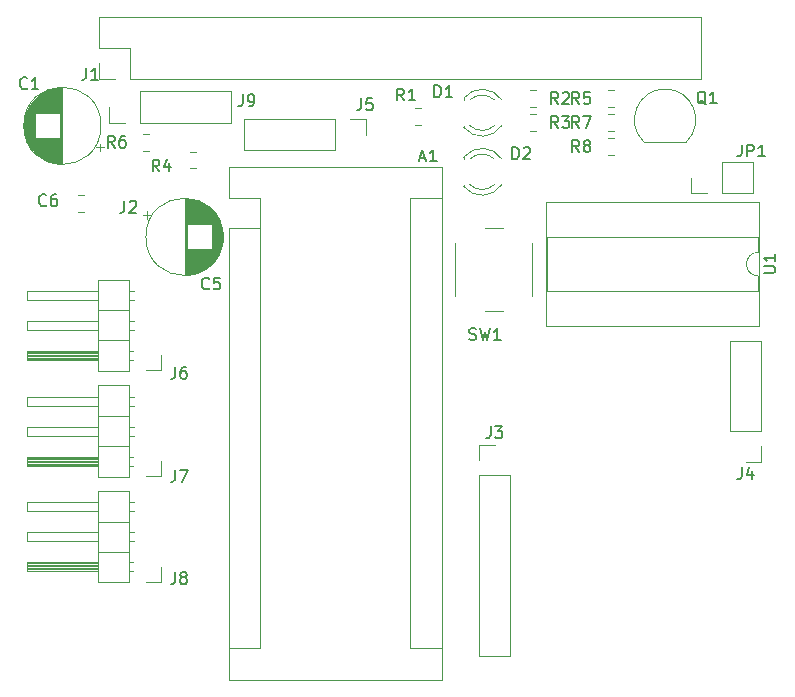
<source format=gbr>
G04 #@! TF.GenerationSoftware,KiCad,Pcbnew,5.1.5*
G04 #@! TF.CreationDate,2020-04-11T22:48:05+02:00*
G04 #@! TF.ProjectId,rc_car,72635f63-6172-42e6-9b69-6361645f7063,rev?*
G04 #@! TF.SameCoordinates,Original*
G04 #@! TF.FileFunction,Legend,Top*
G04 #@! TF.FilePolarity,Positive*
%FSLAX46Y46*%
G04 Gerber Fmt 4.6, Leading zero omitted, Abs format (unit mm)*
G04 Created by KiCad (PCBNEW 5.1.5) date 2020-04-11 22:48:05*
%MOMM*%
%LPD*%
G04 APERTURE LIST*
%ADD10C,0.120000*%
%ADD11C,0.150000*%
G04 APERTURE END LIST*
D10*
X139170000Y-81090000D02*
X140500000Y-81090000D01*
X139170000Y-82420000D02*
X139170000Y-81090000D01*
X139170000Y-83690000D02*
X141830000Y-83690000D01*
X141830000Y-83690000D02*
X141830000Y-98990000D01*
X139170000Y-83690000D02*
X139170000Y-98990000D01*
X139170000Y-98990000D02*
X141830000Y-98990000D01*
X162890000Y-71060000D02*
X162890000Y-60560000D01*
X144870000Y-71060000D02*
X162890000Y-71060000D01*
X144870000Y-60560000D02*
X144870000Y-71060000D01*
X162890000Y-60560000D02*
X144870000Y-60560000D01*
X162830000Y-68060000D02*
X162830000Y-66810000D01*
X144930000Y-68060000D02*
X162830000Y-68060000D01*
X144930000Y-63560000D02*
X144930000Y-68060000D01*
X162830000Y-63560000D02*
X144930000Y-63560000D01*
X162830000Y-64810000D02*
X162830000Y-63560000D01*
X162830000Y-66810000D02*
G75*
G02X162830000Y-64810000I0J1000000D01*
G01*
X163080000Y-82580000D02*
X161750000Y-82580000D01*
X163080000Y-81250000D02*
X163080000Y-82580000D01*
X163080000Y-79980000D02*
X160420000Y-79980000D01*
X160420000Y-79980000D02*
X160420000Y-72300000D01*
X163080000Y-79980000D02*
X163080000Y-72300000D01*
X163080000Y-72300000D02*
X160420000Y-72300000D01*
X157950000Y-50120000D02*
X157950000Y-44920000D01*
X109630000Y-50120000D02*
X157950000Y-50120000D01*
X107030000Y-44920000D02*
X157950000Y-44920000D01*
X109630000Y-50120000D02*
X109630000Y-47520000D01*
X109630000Y-47520000D02*
X107030000Y-47520000D01*
X107030000Y-47520000D02*
X107030000Y-44920000D01*
X108360000Y-50120000D02*
X107030000Y-50120000D01*
X107030000Y-50120000D02*
X107030000Y-48790000D01*
X120650000Y-62770000D02*
X120650000Y-60230000D01*
X120650000Y-60230000D02*
X117980000Y-60230000D01*
X117980000Y-62770000D02*
X117980000Y-101000000D01*
X117980000Y-57560000D02*
X117980000Y-60230000D01*
X133350000Y-60230000D02*
X136020000Y-60230000D01*
X133350000Y-60230000D02*
X133350000Y-98330000D01*
X133350000Y-98330000D02*
X136020000Y-98330000D01*
X120650000Y-62770000D02*
X117980000Y-62770000D01*
X120650000Y-62770000D02*
X120650000Y-98330000D01*
X120650000Y-98330000D02*
X117980000Y-98330000D01*
X117980000Y-101000000D02*
X136020000Y-101000000D01*
X136020000Y-101000000D02*
X136020000Y-57560000D01*
X136020000Y-57560000D02*
X117980000Y-57560000D01*
X107091241Y-56256000D02*
X107091241Y-55626000D01*
X107406241Y-55941000D02*
X106776241Y-55941000D01*
X100665000Y-54504000D02*
X100665000Y-53700000D01*
X100705000Y-54735000D02*
X100705000Y-53469000D01*
X100745000Y-54904000D02*
X100745000Y-53300000D01*
X100785000Y-55042000D02*
X100785000Y-53162000D01*
X100825000Y-55161000D02*
X100825000Y-53043000D01*
X100865000Y-55267000D02*
X100865000Y-52937000D01*
X100905000Y-55364000D02*
X100905000Y-52840000D01*
X100945000Y-55452000D02*
X100945000Y-52752000D01*
X100985000Y-55534000D02*
X100985000Y-52670000D01*
X101025000Y-55611000D02*
X101025000Y-52593000D01*
X101065000Y-55683000D02*
X101065000Y-52521000D01*
X101105000Y-55752000D02*
X101105000Y-52452000D01*
X101145000Y-55816000D02*
X101145000Y-52388000D01*
X101185000Y-55878000D02*
X101185000Y-52326000D01*
X101225000Y-55936000D02*
X101225000Y-52268000D01*
X101265000Y-55992000D02*
X101265000Y-52212000D01*
X101305000Y-56046000D02*
X101305000Y-52158000D01*
X101345000Y-56097000D02*
X101345000Y-52107000D01*
X101385000Y-56146000D02*
X101385000Y-52058000D01*
X101425000Y-56194000D02*
X101425000Y-52010000D01*
X101465000Y-56239000D02*
X101465000Y-51965000D01*
X101505000Y-56284000D02*
X101505000Y-51920000D01*
X101545000Y-56326000D02*
X101545000Y-51878000D01*
X101585000Y-56367000D02*
X101585000Y-51837000D01*
X101625000Y-53062000D02*
X101625000Y-51797000D01*
X101625000Y-56407000D02*
X101625000Y-55142000D01*
X101665000Y-53062000D02*
X101665000Y-51759000D01*
X101665000Y-56445000D02*
X101665000Y-55142000D01*
X101705000Y-53062000D02*
X101705000Y-51722000D01*
X101705000Y-56482000D02*
X101705000Y-55142000D01*
X101745000Y-53062000D02*
X101745000Y-51686000D01*
X101745000Y-56518000D02*
X101745000Y-55142000D01*
X101785000Y-53062000D02*
X101785000Y-51652000D01*
X101785000Y-56552000D02*
X101785000Y-55142000D01*
X101825000Y-53062000D02*
X101825000Y-51618000D01*
X101825000Y-56586000D02*
X101825000Y-55142000D01*
X101865000Y-53062000D02*
X101865000Y-51586000D01*
X101865000Y-56618000D02*
X101865000Y-55142000D01*
X101905000Y-53062000D02*
X101905000Y-51554000D01*
X101905000Y-56650000D02*
X101905000Y-55142000D01*
X101945000Y-53062000D02*
X101945000Y-51524000D01*
X101945000Y-56680000D02*
X101945000Y-55142000D01*
X101985000Y-53062000D02*
X101985000Y-51495000D01*
X101985000Y-56709000D02*
X101985000Y-55142000D01*
X102025000Y-53062000D02*
X102025000Y-51466000D01*
X102025000Y-56738000D02*
X102025000Y-55142000D01*
X102065000Y-53062000D02*
X102065000Y-51438000D01*
X102065000Y-56766000D02*
X102065000Y-55142000D01*
X102105000Y-53062000D02*
X102105000Y-51412000D01*
X102105000Y-56792000D02*
X102105000Y-55142000D01*
X102145000Y-53062000D02*
X102145000Y-51386000D01*
X102145000Y-56818000D02*
X102145000Y-55142000D01*
X102185000Y-53062000D02*
X102185000Y-51360000D01*
X102185000Y-56844000D02*
X102185000Y-55142000D01*
X102225000Y-53062000D02*
X102225000Y-51336000D01*
X102225000Y-56868000D02*
X102225000Y-55142000D01*
X102265000Y-53062000D02*
X102265000Y-51312000D01*
X102265000Y-56892000D02*
X102265000Y-55142000D01*
X102305000Y-53062000D02*
X102305000Y-51290000D01*
X102305000Y-56914000D02*
X102305000Y-55142000D01*
X102345000Y-53062000D02*
X102345000Y-51268000D01*
X102345000Y-56936000D02*
X102345000Y-55142000D01*
X102385000Y-53062000D02*
X102385000Y-51246000D01*
X102385000Y-56958000D02*
X102385000Y-55142000D01*
X102425000Y-53062000D02*
X102425000Y-51226000D01*
X102425000Y-56978000D02*
X102425000Y-55142000D01*
X102465000Y-53062000D02*
X102465000Y-51206000D01*
X102465000Y-56998000D02*
X102465000Y-55142000D01*
X102505000Y-53062000D02*
X102505000Y-51186000D01*
X102505000Y-57018000D02*
X102505000Y-55142000D01*
X102545000Y-53062000D02*
X102545000Y-51168000D01*
X102545000Y-57036000D02*
X102545000Y-55142000D01*
X102585000Y-53062000D02*
X102585000Y-51150000D01*
X102585000Y-57054000D02*
X102585000Y-55142000D01*
X102625000Y-53062000D02*
X102625000Y-51132000D01*
X102625000Y-57072000D02*
X102625000Y-55142000D01*
X102665000Y-53062000D02*
X102665000Y-51116000D01*
X102665000Y-57088000D02*
X102665000Y-55142000D01*
X102705000Y-53062000D02*
X102705000Y-51100000D01*
X102705000Y-57104000D02*
X102705000Y-55142000D01*
X102745000Y-53062000D02*
X102745000Y-51084000D01*
X102745000Y-57120000D02*
X102745000Y-55142000D01*
X102785000Y-53062000D02*
X102785000Y-51069000D01*
X102785000Y-57135000D02*
X102785000Y-55142000D01*
X102825000Y-53062000D02*
X102825000Y-51055000D01*
X102825000Y-57149000D02*
X102825000Y-55142000D01*
X102865000Y-53062000D02*
X102865000Y-51041000D01*
X102865000Y-57163000D02*
X102865000Y-55142000D01*
X102905000Y-53062000D02*
X102905000Y-51028000D01*
X102905000Y-57176000D02*
X102905000Y-55142000D01*
X102945000Y-53062000D02*
X102945000Y-51016000D01*
X102945000Y-57188000D02*
X102945000Y-55142000D01*
X102985000Y-53062000D02*
X102985000Y-51004000D01*
X102985000Y-57200000D02*
X102985000Y-55142000D01*
X103025000Y-53062000D02*
X103025000Y-50992000D01*
X103025000Y-57212000D02*
X103025000Y-55142000D01*
X103065000Y-53062000D02*
X103065000Y-50981000D01*
X103065000Y-57223000D02*
X103065000Y-55142000D01*
X103105000Y-53062000D02*
X103105000Y-50971000D01*
X103105000Y-57233000D02*
X103105000Y-55142000D01*
X103145000Y-53062000D02*
X103145000Y-50961000D01*
X103145000Y-57243000D02*
X103145000Y-55142000D01*
X103185000Y-53062000D02*
X103185000Y-50952000D01*
X103185000Y-57252000D02*
X103185000Y-55142000D01*
X103226000Y-53062000D02*
X103226000Y-50943000D01*
X103226000Y-57261000D02*
X103226000Y-55142000D01*
X103266000Y-53062000D02*
X103266000Y-50935000D01*
X103266000Y-57269000D02*
X103266000Y-55142000D01*
X103306000Y-53062000D02*
X103306000Y-50927000D01*
X103306000Y-57277000D02*
X103306000Y-55142000D01*
X103346000Y-53062000D02*
X103346000Y-50920000D01*
X103346000Y-57284000D02*
X103346000Y-55142000D01*
X103386000Y-53062000D02*
X103386000Y-50913000D01*
X103386000Y-57291000D02*
X103386000Y-55142000D01*
X103426000Y-53062000D02*
X103426000Y-50907000D01*
X103426000Y-57297000D02*
X103426000Y-55142000D01*
X103466000Y-53062000D02*
X103466000Y-50901000D01*
X103466000Y-57303000D02*
X103466000Y-55142000D01*
X103506000Y-53062000D02*
X103506000Y-50896000D01*
X103506000Y-57308000D02*
X103506000Y-55142000D01*
X103546000Y-53062000D02*
X103546000Y-50891000D01*
X103546000Y-57313000D02*
X103546000Y-55142000D01*
X103586000Y-53062000D02*
X103586000Y-50887000D01*
X103586000Y-57317000D02*
X103586000Y-55142000D01*
X103626000Y-53062000D02*
X103626000Y-50884000D01*
X103626000Y-57320000D02*
X103626000Y-55142000D01*
X103666000Y-53062000D02*
X103666000Y-50880000D01*
X103666000Y-57324000D02*
X103666000Y-55142000D01*
X103706000Y-57326000D02*
X103706000Y-50878000D01*
X103746000Y-57329000D02*
X103746000Y-50875000D01*
X103786000Y-57330000D02*
X103786000Y-50874000D01*
X103826000Y-57332000D02*
X103826000Y-50872000D01*
X103866000Y-57332000D02*
X103866000Y-50872000D01*
X103906000Y-57332000D02*
X103906000Y-50872000D01*
X107176000Y-54102000D02*
G75*
G03X107176000Y-54102000I-3270000J0D01*
G01*
X107890000Y-53830000D02*
X107890000Y-52500000D01*
X109220000Y-53830000D02*
X107890000Y-53830000D01*
X110490000Y-53830000D02*
X110490000Y-51170000D01*
X110490000Y-51170000D02*
X118170000Y-51170000D01*
X110490000Y-53830000D02*
X118170000Y-53830000D01*
X118170000Y-53830000D02*
X118170000Y-51170000D01*
X141118335Y-51921392D02*
G75*
G03X137886000Y-51764484I-1672335J-1078608D01*
G01*
X141118335Y-54078608D02*
G75*
G02X137886000Y-54235516I-1672335J1078608D01*
G01*
X140487130Y-51920163D02*
G75*
G03X138405039Y-51920000I-1041130J-1079837D01*
G01*
X140487130Y-54079837D02*
G75*
G02X138405039Y-54080000I-1041130J1079837D01*
G01*
X137886000Y-51764000D02*
X137886000Y-51920000D01*
X137886000Y-54080000D02*
X137886000Y-54236000D01*
X137886000Y-59080000D02*
X137886000Y-59236000D01*
X137886000Y-56764000D02*
X137886000Y-56920000D01*
X140487130Y-59079837D02*
G75*
G02X138405039Y-59080000I-1041130J1079837D01*
G01*
X140487130Y-56920163D02*
G75*
G03X138405039Y-56920000I-1041130J-1079837D01*
G01*
X141118335Y-59078608D02*
G75*
G02X137886000Y-59235516I-1672335J1078608D01*
G01*
X141118335Y-56921392D02*
G75*
G03X137886000Y-56764484I-1672335J-1078608D01*
G01*
X112270000Y-74810000D02*
X111000000Y-74810000D01*
X112270000Y-73540000D02*
X112270000Y-74810000D01*
X109957071Y-68080000D02*
X109560000Y-68080000D01*
X109957071Y-68840000D02*
X109560000Y-68840000D01*
X100900000Y-68080000D02*
X106900000Y-68080000D01*
X100900000Y-68840000D02*
X100900000Y-68080000D01*
X106900000Y-68840000D02*
X100900000Y-68840000D01*
X109560000Y-69730000D02*
X106900000Y-69730000D01*
X109957071Y-70620000D02*
X109560000Y-70620000D01*
X109957071Y-71380000D02*
X109560000Y-71380000D01*
X100900000Y-70620000D02*
X106900000Y-70620000D01*
X100900000Y-71380000D02*
X100900000Y-70620000D01*
X106900000Y-71380000D02*
X100900000Y-71380000D01*
X109560000Y-72270000D02*
X106900000Y-72270000D01*
X109890000Y-73160000D02*
X109560000Y-73160000D01*
X109890000Y-73920000D02*
X109560000Y-73920000D01*
X106900000Y-73260000D02*
X100900000Y-73260000D01*
X106900000Y-73380000D02*
X100900000Y-73380000D01*
X106900000Y-73500000D02*
X100900000Y-73500000D01*
X106900000Y-73620000D02*
X100900000Y-73620000D01*
X106900000Y-73740000D02*
X100900000Y-73740000D01*
X106900000Y-73860000D02*
X100900000Y-73860000D01*
X100900000Y-73160000D02*
X106900000Y-73160000D01*
X100900000Y-73920000D02*
X100900000Y-73160000D01*
X106900000Y-73920000D02*
X100900000Y-73920000D01*
X106900000Y-74870000D02*
X109560000Y-74870000D01*
X106900000Y-67130000D02*
X106900000Y-74870000D01*
X109560000Y-67130000D02*
X106900000Y-67130000D01*
X109560000Y-74870000D02*
X109560000Y-67130000D01*
X109558000Y-83830000D02*
X109558000Y-76090000D01*
X109558000Y-76090000D02*
X106898000Y-76090000D01*
X106898000Y-76090000D02*
X106898000Y-83830000D01*
X106898000Y-83830000D02*
X109558000Y-83830000D01*
X106898000Y-82880000D02*
X100898000Y-82880000D01*
X100898000Y-82880000D02*
X100898000Y-82120000D01*
X100898000Y-82120000D02*
X106898000Y-82120000D01*
X106898000Y-82820000D02*
X100898000Y-82820000D01*
X106898000Y-82700000D02*
X100898000Y-82700000D01*
X106898000Y-82580000D02*
X100898000Y-82580000D01*
X106898000Y-82460000D02*
X100898000Y-82460000D01*
X106898000Y-82340000D02*
X100898000Y-82340000D01*
X106898000Y-82220000D02*
X100898000Y-82220000D01*
X109888000Y-82880000D02*
X109558000Y-82880000D01*
X109888000Y-82120000D02*
X109558000Y-82120000D01*
X109558000Y-81230000D02*
X106898000Y-81230000D01*
X106898000Y-80340000D02*
X100898000Y-80340000D01*
X100898000Y-80340000D02*
X100898000Y-79580000D01*
X100898000Y-79580000D02*
X106898000Y-79580000D01*
X109955071Y-80340000D02*
X109558000Y-80340000D01*
X109955071Y-79580000D02*
X109558000Y-79580000D01*
X109558000Y-78690000D02*
X106898000Y-78690000D01*
X106898000Y-77800000D02*
X100898000Y-77800000D01*
X100898000Y-77800000D02*
X100898000Y-77040000D01*
X100898000Y-77040000D02*
X106898000Y-77040000D01*
X109955071Y-77800000D02*
X109558000Y-77800000D01*
X109955071Y-77040000D02*
X109558000Y-77040000D01*
X112268000Y-82500000D02*
X112268000Y-83770000D01*
X112268000Y-83770000D02*
X110998000Y-83770000D01*
X109558000Y-92770000D02*
X109558000Y-85030000D01*
X109558000Y-85030000D02*
X106898000Y-85030000D01*
X106898000Y-85030000D02*
X106898000Y-92770000D01*
X106898000Y-92770000D02*
X109558000Y-92770000D01*
X106898000Y-91820000D02*
X100898000Y-91820000D01*
X100898000Y-91820000D02*
X100898000Y-91060000D01*
X100898000Y-91060000D02*
X106898000Y-91060000D01*
X106898000Y-91760000D02*
X100898000Y-91760000D01*
X106898000Y-91640000D02*
X100898000Y-91640000D01*
X106898000Y-91520000D02*
X100898000Y-91520000D01*
X106898000Y-91400000D02*
X100898000Y-91400000D01*
X106898000Y-91280000D02*
X100898000Y-91280000D01*
X106898000Y-91160000D02*
X100898000Y-91160000D01*
X109888000Y-91820000D02*
X109558000Y-91820000D01*
X109888000Y-91060000D02*
X109558000Y-91060000D01*
X109558000Y-90170000D02*
X106898000Y-90170000D01*
X106898000Y-89280000D02*
X100898000Y-89280000D01*
X100898000Y-89280000D02*
X100898000Y-88520000D01*
X100898000Y-88520000D02*
X106898000Y-88520000D01*
X109955071Y-89280000D02*
X109558000Y-89280000D01*
X109955071Y-88520000D02*
X109558000Y-88520000D01*
X109558000Y-87630000D02*
X106898000Y-87630000D01*
X106898000Y-86740000D02*
X100898000Y-86740000D01*
X100898000Y-86740000D02*
X100898000Y-85980000D01*
X100898000Y-85980000D02*
X106898000Y-85980000D01*
X109955071Y-86740000D02*
X109558000Y-86740000D01*
X109955071Y-85980000D02*
X109558000Y-85980000D01*
X112268000Y-91440000D02*
X112268000Y-92710000D01*
X112268000Y-92710000D02*
X110998000Y-92710000D01*
X119320000Y-53534000D02*
X119320000Y-56194000D01*
X127000000Y-53534000D02*
X119320000Y-53534000D01*
X127000000Y-56194000D02*
X119320000Y-56194000D01*
X127000000Y-53534000D02*
X127000000Y-56194000D01*
X128270000Y-53534000D02*
X129600000Y-53534000D01*
X129600000Y-53534000D02*
X129600000Y-54864000D01*
X162370000Y-59830000D02*
X162370000Y-57170000D01*
X159770000Y-59830000D02*
X162370000Y-59830000D01*
X159770000Y-57170000D02*
X162370000Y-57170000D01*
X159770000Y-59830000D02*
X159770000Y-57170000D01*
X158500000Y-59830000D02*
X157170000Y-59830000D01*
X157170000Y-59830000D02*
X157170000Y-58500000D01*
X153140000Y-55436000D02*
X156740000Y-55436000D01*
X153101522Y-55424478D02*
G75*
G02X154940000Y-50986000I1838478J1838478D01*
G01*
X156778478Y-55424478D02*
G75*
G03X154940000Y-50986000I-1838478J1838478D01*
G01*
X143676000Y-68500000D02*
X143676000Y-64000000D01*
X139676000Y-69750000D02*
X141176000Y-69750000D01*
X137176000Y-64000000D02*
X137176000Y-68500000D01*
X141176000Y-62750000D02*
X139676000Y-62750000D01*
X134258578Y-54050000D02*
X133741422Y-54050000D01*
X134258578Y-52630000D02*
X133741422Y-52630000D01*
X143505422Y-52518000D02*
X144022578Y-52518000D01*
X143505422Y-51098000D02*
X144022578Y-51098000D01*
X143505422Y-54550000D02*
X144022578Y-54550000D01*
X143505422Y-53130000D02*
X144022578Y-53130000D01*
X114741422Y-57710000D02*
X115258578Y-57710000D01*
X114741422Y-56290000D02*
X115258578Y-56290000D01*
X150626578Y-51098000D02*
X150109422Y-51098000D01*
X150626578Y-52518000D02*
X150109422Y-52518000D01*
X110741422Y-54790000D02*
X111258578Y-54790000D01*
X110741422Y-56210000D02*
X111258578Y-56210000D01*
X150109422Y-53130000D02*
X150626578Y-53130000D01*
X150109422Y-54550000D02*
X150626578Y-54550000D01*
X150107122Y-55162000D02*
X150624278Y-55162000D01*
X150107122Y-56582000D02*
X150624278Y-56582000D01*
X105758578Y-59996000D02*
X105241422Y-59996000D01*
X105758578Y-61416000D02*
X105241422Y-61416000D01*
X117520000Y-63500000D02*
G75*
G03X117520000Y-63500000I-3270000J0D01*
G01*
X114250000Y-60270000D02*
X114250000Y-66730000D01*
X114290000Y-60270000D02*
X114290000Y-66730000D01*
X114330000Y-60270000D02*
X114330000Y-66730000D01*
X114370000Y-60272000D02*
X114370000Y-66728000D01*
X114410000Y-60273000D02*
X114410000Y-66727000D01*
X114450000Y-60276000D02*
X114450000Y-66724000D01*
X114490000Y-60278000D02*
X114490000Y-62460000D01*
X114490000Y-64540000D02*
X114490000Y-66722000D01*
X114530000Y-60282000D02*
X114530000Y-62460000D01*
X114530000Y-64540000D02*
X114530000Y-66718000D01*
X114570000Y-60285000D02*
X114570000Y-62460000D01*
X114570000Y-64540000D02*
X114570000Y-66715000D01*
X114610000Y-60289000D02*
X114610000Y-62460000D01*
X114610000Y-64540000D02*
X114610000Y-66711000D01*
X114650000Y-60294000D02*
X114650000Y-62460000D01*
X114650000Y-64540000D02*
X114650000Y-66706000D01*
X114690000Y-60299000D02*
X114690000Y-62460000D01*
X114690000Y-64540000D02*
X114690000Y-66701000D01*
X114730000Y-60305000D02*
X114730000Y-62460000D01*
X114730000Y-64540000D02*
X114730000Y-66695000D01*
X114770000Y-60311000D02*
X114770000Y-62460000D01*
X114770000Y-64540000D02*
X114770000Y-66689000D01*
X114810000Y-60318000D02*
X114810000Y-62460000D01*
X114810000Y-64540000D02*
X114810000Y-66682000D01*
X114850000Y-60325000D02*
X114850000Y-62460000D01*
X114850000Y-64540000D02*
X114850000Y-66675000D01*
X114890000Y-60333000D02*
X114890000Y-62460000D01*
X114890000Y-64540000D02*
X114890000Y-66667000D01*
X114930000Y-60341000D02*
X114930000Y-62460000D01*
X114930000Y-64540000D02*
X114930000Y-66659000D01*
X114971000Y-60350000D02*
X114971000Y-62460000D01*
X114971000Y-64540000D02*
X114971000Y-66650000D01*
X115011000Y-60359000D02*
X115011000Y-62460000D01*
X115011000Y-64540000D02*
X115011000Y-66641000D01*
X115051000Y-60369000D02*
X115051000Y-62460000D01*
X115051000Y-64540000D02*
X115051000Y-66631000D01*
X115091000Y-60379000D02*
X115091000Y-62460000D01*
X115091000Y-64540000D02*
X115091000Y-66621000D01*
X115131000Y-60390000D02*
X115131000Y-62460000D01*
X115131000Y-64540000D02*
X115131000Y-66610000D01*
X115171000Y-60402000D02*
X115171000Y-62460000D01*
X115171000Y-64540000D02*
X115171000Y-66598000D01*
X115211000Y-60414000D02*
X115211000Y-62460000D01*
X115211000Y-64540000D02*
X115211000Y-66586000D01*
X115251000Y-60426000D02*
X115251000Y-62460000D01*
X115251000Y-64540000D02*
X115251000Y-66574000D01*
X115291000Y-60439000D02*
X115291000Y-62460000D01*
X115291000Y-64540000D02*
X115291000Y-66561000D01*
X115331000Y-60453000D02*
X115331000Y-62460000D01*
X115331000Y-64540000D02*
X115331000Y-66547000D01*
X115371000Y-60467000D02*
X115371000Y-62460000D01*
X115371000Y-64540000D02*
X115371000Y-66533000D01*
X115411000Y-60482000D02*
X115411000Y-62460000D01*
X115411000Y-64540000D02*
X115411000Y-66518000D01*
X115451000Y-60498000D02*
X115451000Y-62460000D01*
X115451000Y-64540000D02*
X115451000Y-66502000D01*
X115491000Y-60514000D02*
X115491000Y-62460000D01*
X115491000Y-64540000D02*
X115491000Y-66486000D01*
X115531000Y-60530000D02*
X115531000Y-62460000D01*
X115531000Y-64540000D02*
X115531000Y-66470000D01*
X115571000Y-60548000D02*
X115571000Y-62460000D01*
X115571000Y-64540000D02*
X115571000Y-66452000D01*
X115611000Y-60566000D02*
X115611000Y-62460000D01*
X115611000Y-64540000D02*
X115611000Y-66434000D01*
X115651000Y-60584000D02*
X115651000Y-62460000D01*
X115651000Y-64540000D02*
X115651000Y-66416000D01*
X115691000Y-60604000D02*
X115691000Y-62460000D01*
X115691000Y-64540000D02*
X115691000Y-66396000D01*
X115731000Y-60624000D02*
X115731000Y-62460000D01*
X115731000Y-64540000D02*
X115731000Y-66376000D01*
X115771000Y-60644000D02*
X115771000Y-62460000D01*
X115771000Y-64540000D02*
X115771000Y-66356000D01*
X115811000Y-60666000D02*
X115811000Y-62460000D01*
X115811000Y-64540000D02*
X115811000Y-66334000D01*
X115851000Y-60688000D02*
X115851000Y-62460000D01*
X115851000Y-64540000D02*
X115851000Y-66312000D01*
X115891000Y-60710000D02*
X115891000Y-62460000D01*
X115891000Y-64540000D02*
X115891000Y-66290000D01*
X115931000Y-60734000D02*
X115931000Y-62460000D01*
X115931000Y-64540000D02*
X115931000Y-66266000D01*
X115971000Y-60758000D02*
X115971000Y-62460000D01*
X115971000Y-64540000D02*
X115971000Y-66242000D01*
X116011000Y-60784000D02*
X116011000Y-62460000D01*
X116011000Y-64540000D02*
X116011000Y-66216000D01*
X116051000Y-60810000D02*
X116051000Y-62460000D01*
X116051000Y-64540000D02*
X116051000Y-66190000D01*
X116091000Y-60836000D02*
X116091000Y-62460000D01*
X116091000Y-64540000D02*
X116091000Y-66164000D01*
X116131000Y-60864000D02*
X116131000Y-62460000D01*
X116131000Y-64540000D02*
X116131000Y-66136000D01*
X116171000Y-60893000D02*
X116171000Y-62460000D01*
X116171000Y-64540000D02*
X116171000Y-66107000D01*
X116211000Y-60922000D02*
X116211000Y-62460000D01*
X116211000Y-64540000D02*
X116211000Y-66078000D01*
X116251000Y-60952000D02*
X116251000Y-62460000D01*
X116251000Y-64540000D02*
X116251000Y-66048000D01*
X116291000Y-60984000D02*
X116291000Y-62460000D01*
X116291000Y-64540000D02*
X116291000Y-66016000D01*
X116331000Y-61016000D02*
X116331000Y-62460000D01*
X116331000Y-64540000D02*
X116331000Y-65984000D01*
X116371000Y-61050000D02*
X116371000Y-62460000D01*
X116371000Y-64540000D02*
X116371000Y-65950000D01*
X116411000Y-61084000D02*
X116411000Y-62460000D01*
X116411000Y-64540000D02*
X116411000Y-65916000D01*
X116451000Y-61120000D02*
X116451000Y-62460000D01*
X116451000Y-64540000D02*
X116451000Y-65880000D01*
X116491000Y-61157000D02*
X116491000Y-62460000D01*
X116491000Y-64540000D02*
X116491000Y-65843000D01*
X116531000Y-61195000D02*
X116531000Y-62460000D01*
X116531000Y-64540000D02*
X116531000Y-65805000D01*
X116571000Y-61235000D02*
X116571000Y-65765000D01*
X116611000Y-61276000D02*
X116611000Y-65724000D01*
X116651000Y-61318000D02*
X116651000Y-65682000D01*
X116691000Y-61363000D02*
X116691000Y-65637000D01*
X116731000Y-61408000D02*
X116731000Y-65592000D01*
X116771000Y-61456000D02*
X116771000Y-65544000D01*
X116811000Y-61505000D02*
X116811000Y-65495000D01*
X116851000Y-61556000D02*
X116851000Y-65444000D01*
X116891000Y-61610000D02*
X116891000Y-65390000D01*
X116931000Y-61666000D02*
X116931000Y-65334000D01*
X116971000Y-61724000D02*
X116971000Y-65276000D01*
X117011000Y-61786000D02*
X117011000Y-65214000D01*
X117051000Y-61850000D02*
X117051000Y-65150000D01*
X117091000Y-61919000D02*
X117091000Y-65081000D01*
X117131000Y-61991000D02*
X117131000Y-65009000D01*
X117171000Y-62068000D02*
X117171000Y-64932000D01*
X117211000Y-62150000D02*
X117211000Y-64850000D01*
X117251000Y-62238000D02*
X117251000Y-64762000D01*
X117291000Y-62335000D02*
X117291000Y-64665000D01*
X117331000Y-62441000D02*
X117331000Y-64559000D01*
X117371000Y-62560000D02*
X117371000Y-64440000D01*
X117411000Y-62698000D02*
X117411000Y-64302000D01*
X117451000Y-62867000D02*
X117451000Y-64133000D01*
X117491000Y-63098000D02*
X117491000Y-63902000D01*
X110749759Y-61661000D02*
X111379759Y-61661000D01*
X111064759Y-61346000D02*
X111064759Y-61976000D01*
D11*
X140166666Y-79542380D02*
X140166666Y-80256666D01*
X140119047Y-80399523D01*
X140023809Y-80494761D01*
X139880952Y-80542380D01*
X139785714Y-80542380D01*
X140547619Y-79542380D02*
X141166666Y-79542380D01*
X140833333Y-79923333D01*
X140976190Y-79923333D01*
X141071428Y-79970952D01*
X141119047Y-80018571D01*
X141166666Y-80113809D01*
X141166666Y-80351904D01*
X141119047Y-80447142D01*
X141071428Y-80494761D01*
X140976190Y-80542380D01*
X140690476Y-80542380D01*
X140595238Y-80494761D01*
X140547619Y-80447142D01*
X163282380Y-66571904D02*
X164091904Y-66571904D01*
X164187142Y-66524285D01*
X164234761Y-66476666D01*
X164282380Y-66381428D01*
X164282380Y-66190952D01*
X164234761Y-66095714D01*
X164187142Y-66048095D01*
X164091904Y-66000476D01*
X163282380Y-66000476D01*
X164282380Y-65000476D02*
X164282380Y-65571904D01*
X164282380Y-65286190D02*
X163282380Y-65286190D01*
X163425238Y-65381428D01*
X163520476Y-65476666D01*
X163568095Y-65571904D01*
X161416666Y-83032380D02*
X161416666Y-83746666D01*
X161369047Y-83889523D01*
X161273809Y-83984761D01*
X161130952Y-84032380D01*
X161035714Y-84032380D01*
X162321428Y-83365714D02*
X162321428Y-84032380D01*
X162083333Y-82984761D02*
X161845238Y-83699047D01*
X162464285Y-83699047D01*
X105916666Y-49202380D02*
X105916666Y-49916666D01*
X105869047Y-50059523D01*
X105773809Y-50154761D01*
X105630952Y-50202380D01*
X105535714Y-50202380D01*
X106916666Y-50202380D02*
X106345238Y-50202380D01*
X106630952Y-50202380D02*
X106630952Y-49202380D01*
X106535714Y-49345238D01*
X106440476Y-49440476D01*
X106345238Y-49488095D01*
X134159714Y-56840666D02*
X134635904Y-56840666D01*
X134064476Y-57126380D02*
X134397809Y-56126380D01*
X134731142Y-57126380D01*
X135588285Y-57126380D02*
X135016857Y-57126380D01*
X135302571Y-57126380D02*
X135302571Y-56126380D01*
X135207333Y-56269238D01*
X135112095Y-56364476D01*
X135016857Y-56412095D01*
X100925333Y-50903142D02*
X100877714Y-50950761D01*
X100734857Y-50998380D01*
X100639619Y-50998380D01*
X100496761Y-50950761D01*
X100401523Y-50855523D01*
X100353904Y-50760285D01*
X100306285Y-50569809D01*
X100306285Y-50426952D01*
X100353904Y-50236476D01*
X100401523Y-50141238D01*
X100496761Y-50046000D01*
X100639619Y-49998380D01*
X100734857Y-49998380D01*
X100877714Y-50046000D01*
X100925333Y-50093619D01*
X101877714Y-50998380D02*
X101306285Y-50998380D01*
X101592000Y-50998380D02*
X101592000Y-49998380D01*
X101496761Y-50141238D01*
X101401523Y-50236476D01*
X101306285Y-50284095D01*
X119166666Y-51452380D02*
X119166666Y-52166666D01*
X119119047Y-52309523D01*
X119023809Y-52404761D01*
X118880952Y-52452380D01*
X118785714Y-52452380D01*
X119690476Y-52452380D02*
X119880952Y-52452380D01*
X119976190Y-52404761D01*
X120023809Y-52357142D01*
X120119047Y-52214285D01*
X120166666Y-52023809D01*
X120166666Y-51642857D01*
X120119047Y-51547619D01*
X120071428Y-51500000D01*
X119976190Y-51452380D01*
X119785714Y-51452380D01*
X119690476Y-51500000D01*
X119642857Y-51547619D01*
X119595238Y-51642857D01*
X119595238Y-51880952D01*
X119642857Y-51976190D01*
X119690476Y-52023809D01*
X119785714Y-52071428D01*
X119976190Y-52071428D01*
X120071428Y-52023809D01*
X120119047Y-51976190D01*
X120166666Y-51880952D01*
X135405904Y-51674380D02*
X135405904Y-50674380D01*
X135644000Y-50674380D01*
X135786857Y-50722000D01*
X135882095Y-50817238D01*
X135929714Y-50912476D01*
X135977333Y-51102952D01*
X135977333Y-51245809D01*
X135929714Y-51436285D01*
X135882095Y-51531523D01*
X135786857Y-51626761D01*
X135644000Y-51674380D01*
X135405904Y-51674380D01*
X136929714Y-51674380D02*
X136358285Y-51674380D01*
X136644000Y-51674380D02*
X136644000Y-50674380D01*
X136548761Y-50817238D01*
X136453523Y-50912476D01*
X136358285Y-50960095D01*
X142009904Y-56928380D02*
X142009904Y-55928380D01*
X142248000Y-55928380D01*
X142390857Y-55976000D01*
X142486095Y-56071238D01*
X142533714Y-56166476D01*
X142581333Y-56356952D01*
X142581333Y-56499809D01*
X142533714Y-56690285D01*
X142486095Y-56785523D01*
X142390857Y-56880761D01*
X142248000Y-56928380D01*
X142009904Y-56928380D01*
X142962285Y-56023619D02*
X143009904Y-55976000D01*
X143105142Y-55928380D01*
X143343238Y-55928380D01*
X143438476Y-55976000D01*
X143486095Y-56023619D01*
X143533714Y-56118857D01*
X143533714Y-56214095D01*
X143486095Y-56356952D01*
X142914666Y-56928380D01*
X143533714Y-56928380D01*
X109166666Y-60452380D02*
X109166666Y-61166666D01*
X109119047Y-61309523D01*
X109023809Y-61404761D01*
X108880952Y-61452380D01*
X108785714Y-61452380D01*
X109595238Y-60547619D02*
X109642857Y-60500000D01*
X109738095Y-60452380D01*
X109976190Y-60452380D01*
X110071428Y-60500000D01*
X110119047Y-60547619D01*
X110166666Y-60642857D01*
X110166666Y-60738095D01*
X110119047Y-60880952D01*
X109547619Y-61452380D01*
X110166666Y-61452380D01*
X113460666Y-74516380D02*
X113460666Y-75230666D01*
X113413047Y-75373523D01*
X113317809Y-75468761D01*
X113174952Y-75516380D01*
X113079714Y-75516380D01*
X114365428Y-74516380D02*
X114174952Y-74516380D01*
X114079714Y-74564000D01*
X114032095Y-74611619D01*
X113936857Y-74754476D01*
X113889238Y-74944952D01*
X113889238Y-75325904D01*
X113936857Y-75421142D01*
X113984476Y-75468761D01*
X114079714Y-75516380D01*
X114270190Y-75516380D01*
X114365428Y-75468761D01*
X114413047Y-75421142D01*
X114460666Y-75325904D01*
X114460666Y-75087809D01*
X114413047Y-74992571D01*
X114365428Y-74944952D01*
X114270190Y-74897333D01*
X114079714Y-74897333D01*
X113984476Y-74944952D01*
X113936857Y-74992571D01*
X113889238Y-75087809D01*
X113458666Y-83222380D02*
X113458666Y-83936666D01*
X113411047Y-84079523D01*
X113315809Y-84174761D01*
X113172952Y-84222380D01*
X113077714Y-84222380D01*
X113839619Y-83222380D02*
X114506285Y-83222380D01*
X114077714Y-84222380D01*
X113458666Y-91908380D02*
X113458666Y-92622666D01*
X113411047Y-92765523D01*
X113315809Y-92860761D01*
X113172952Y-92908380D01*
X113077714Y-92908380D01*
X114077714Y-92336952D02*
X113982476Y-92289333D01*
X113934857Y-92241714D01*
X113887238Y-92146476D01*
X113887238Y-92098857D01*
X113934857Y-92003619D01*
X113982476Y-91956000D01*
X114077714Y-91908380D01*
X114268190Y-91908380D01*
X114363428Y-91956000D01*
X114411047Y-92003619D01*
X114458666Y-92098857D01*
X114458666Y-92146476D01*
X114411047Y-92241714D01*
X114363428Y-92289333D01*
X114268190Y-92336952D01*
X114077714Y-92336952D01*
X113982476Y-92384571D01*
X113934857Y-92432190D01*
X113887238Y-92527428D01*
X113887238Y-92717904D01*
X113934857Y-92813142D01*
X113982476Y-92860761D01*
X114077714Y-92908380D01*
X114268190Y-92908380D01*
X114363428Y-92860761D01*
X114411047Y-92813142D01*
X114458666Y-92717904D01*
X114458666Y-92527428D01*
X114411047Y-92432190D01*
X114363428Y-92384571D01*
X114268190Y-92336952D01*
X129206666Y-51776380D02*
X129206666Y-52490666D01*
X129159047Y-52633523D01*
X129063809Y-52728761D01*
X128920952Y-52776380D01*
X128825714Y-52776380D01*
X130159047Y-51776380D02*
X129682857Y-51776380D01*
X129635238Y-52252571D01*
X129682857Y-52204952D01*
X129778095Y-52157333D01*
X130016190Y-52157333D01*
X130111428Y-52204952D01*
X130159047Y-52252571D01*
X130206666Y-52347809D01*
X130206666Y-52585904D01*
X130159047Y-52681142D01*
X130111428Y-52728761D01*
X130016190Y-52776380D01*
X129778095Y-52776380D01*
X129682857Y-52728761D01*
X129635238Y-52681142D01*
X161416666Y-55702380D02*
X161416666Y-56416666D01*
X161369047Y-56559523D01*
X161273809Y-56654761D01*
X161130952Y-56702380D01*
X161035714Y-56702380D01*
X161892857Y-56702380D02*
X161892857Y-55702380D01*
X162273809Y-55702380D01*
X162369047Y-55750000D01*
X162416666Y-55797619D01*
X162464285Y-55892857D01*
X162464285Y-56035714D01*
X162416666Y-56130952D01*
X162369047Y-56178571D01*
X162273809Y-56226190D01*
X161892857Y-56226190D01*
X163416666Y-56702380D02*
X162845238Y-56702380D01*
X163130952Y-56702380D02*
X163130952Y-55702380D01*
X163035714Y-55845238D01*
X162940476Y-55940476D01*
X162845238Y-55988095D01*
X158404761Y-52297619D02*
X158309523Y-52250000D01*
X158214285Y-52154761D01*
X158071428Y-52011904D01*
X157976190Y-51964285D01*
X157880952Y-51964285D01*
X157928571Y-52202380D02*
X157833333Y-52154761D01*
X157738095Y-52059523D01*
X157690476Y-51869047D01*
X157690476Y-51535714D01*
X157738095Y-51345238D01*
X157833333Y-51250000D01*
X157928571Y-51202380D01*
X158119047Y-51202380D01*
X158214285Y-51250000D01*
X158309523Y-51345238D01*
X158357142Y-51535714D01*
X158357142Y-51869047D01*
X158309523Y-52059523D01*
X158214285Y-52154761D01*
X158119047Y-52202380D01*
X157928571Y-52202380D01*
X159309523Y-52202380D02*
X158738095Y-52202380D01*
X159023809Y-52202380D02*
X159023809Y-51202380D01*
X158928571Y-51345238D01*
X158833333Y-51440476D01*
X158738095Y-51488095D01*
X138366666Y-72190761D02*
X138509523Y-72238380D01*
X138747619Y-72238380D01*
X138842857Y-72190761D01*
X138890476Y-72143142D01*
X138938095Y-72047904D01*
X138938095Y-71952666D01*
X138890476Y-71857428D01*
X138842857Y-71809809D01*
X138747619Y-71762190D01*
X138557142Y-71714571D01*
X138461904Y-71666952D01*
X138414285Y-71619333D01*
X138366666Y-71524095D01*
X138366666Y-71428857D01*
X138414285Y-71333619D01*
X138461904Y-71286000D01*
X138557142Y-71238380D01*
X138795238Y-71238380D01*
X138938095Y-71286000D01*
X139271428Y-71238380D02*
X139509523Y-72238380D01*
X139700000Y-71524095D01*
X139890476Y-72238380D01*
X140128571Y-71238380D01*
X141033333Y-72238380D02*
X140461904Y-72238380D01*
X140747619Y-72238380D02*
X140747619Y-71238380D01*
X140652380Y-71381238D01*
X140557142Y-71476476D01*
X140461904Y-71524095D01*
X132833333Y-51952380D02*
X132500000Y-51476190D01*
X132261904Y-51952380D02*
X132261904Y-50952380D01*
X132642857Y-50952380D01*
X132738095Y-51000000D01*
X132785714Y-51047619D01*
X132833333Y-51142857D01*
X132833333Y-51285714D01*
X132785714Y-51380952D01*
X132738095Y-51428571D01*
X132642857Y-51476190D01*
X132261904Y-51476190D01*
X133785714Y-51952380D02*
X133214285Y-51952380D01*
X133500000Y-51952380D02*
X133500000Y-50952380D01*
X133404761Y-51095238D01*
X133309523Y-51190476D01*
X133214285Y-51238095D01*
X145883333Y-52260380D02*
X145550000Y-51784190D01*
X145311904Y-52260380D02*
X145311904Y-51260380D01*
X145692857Y-51260380D01*
X145788095Y-51308000D01*
X145835714Y-51355619D01*
X145883333Y-51450857D01*
X145883333Y-51593714D01*
X145835714Y-51688952D01*
X145788095Y-51736571D01*
X145692857Y-51784190D01*
X145311904Y-51784190D01*
X146264285Y-51355619D02*
X146311904Y-51308000D01*
X146407142Y-51260380D01*
X146645238Y-51260380D01*
X146740476Y-51308000D01*
X146788095Y-51355619D01*
X146835714Y-51450857D01*
X146835714Y-51546095D01*
X146788095Y-51688952D01*
X146216666Y-52260380D01*
X146835714Y-52260380D01*
X145883333Y-54292380D02*
X145550000Y-53816190D01*
X145311904Y-54292380D02*
X145311904Y-53292380D01*
X145692857Y-53292380D01*
X145788095Y-53340000D01*
X145835714Y-53387619D01*
X145883333Y-53482857D01*
X145883333Y-53625714D01*
X145835714Y-53720952D01*
X145788095Y-53768571D01*
X145692857Y-53816190D01*
X145311904Y-53816190D01*
X146216666Y-53292380D02*
X146835714Y-53292380D01*
X146502380Y-53673333D01*
X146645238Y-53673333D01*
X146740476Y-53720952D01*
X146788095Y-53768571D01*
X146835714Y-53863809D01*
X146835714Y-54101904D01*
X146788095Y-54197142D01*
X146740476Y-54244761D01*
X146645238Y-54292380D01*
X146359523Y-54292380D01*
X146264285Y-54244761D01*
X146216666Y-54197142D01*
X112117833Y-57960380D02*
X111784500Y-57484190D01*
X111546404Y-57960380D02*
X111546404Y-56960380D01*
X111927357Y-56960380D01*
X112022595Y-57008000D01*
X112070214Y-57055619D01*
X112117833Y-57150857D01*
X112117833Y-57293714D01*
X112070214Y-57388952D01*
X112022595Y-57436571D01*
X111927357Y-57484190D01*
X111546404Y-57484190D01*
X112974976Y-57293714D02*
X112974976Y-57960380D01*
X112736880Y-56912761D02*
X112498785Y-57627047D01*
X113117833Y-57627047D01*
X147661333Y-52260380D02*
X147328000Y-51784190D01*
X147089904Y-52260380D02*
X147089904Y-51260380D01*
X147470857Y-51260380D01*
X147566095Y-51308000D01*
X147613714Y-51355619D01*
X147661333Y-51450857D01*
X147661333Y-51593714D01*
X147613714Y-51688952D01*
X147566095Y-51736571D01*
X147470857Y-51784190D01*
X147089904Y-51784190D01*
X148566095Y-51260380D02*
X148089904Y-51260380D01*
X148042285Y-51736571D01*
X148089904Y-51688952D01*
X148185142Y-51641333D01*
X148423238Y-51641333D01*
X148518476Y-51688952D01*
X148566095Y-51736571D01*
X148613714Y-51831809D01*
X148613714Y-52069904D01*
X148566095Y-52165142D01*
X148518476Y-52212761D01*
X148423238Y-52260380D01*
X148185142Y-52260380D01*
X148089904Y-52212761D01*
X148042285Y-52165142D01*
X108333333Y-55952380D02*
X108000000Y-55476190D01*
X107761904Y-55952380D02*
X107761904Y-54952380D01*
X108142857Y-54952380D01*
X108238095Y-55000000D01*
X108285714Y-55047619D01*
X108333333Y-55142857D01*
X108333333Y-55285714D01*
X108285714Y-55380952D01*
X108238095Y-55428571D01*
X108142857Y-55476190D01*
X107761904Y-55476190D01*
X109190476Y-54952380D02*
X109000000Y-54952380D01*
X108904761Y-55000000D01*
X108857142Y-55047619D01*
X108761904Y-55190476D01*
X108714285Y-55380952D01*
X108714285Y-55761904D01*
X108761904Y-55857142D01*
X108809523Y-55904761D01*
X108904761Y-55952380D01*
X109095238Y-55952380D01*
X109190476Y-55904761D01*
X109238095Y-55857142D01*
X109285714Y-55761904D01*
X109285714Y-55523809D01*
X109238095Y-55428571D01*
X109190476Y-55380952D01*
X109095238Y-55333333D01*
X108904761Y-55333333D01*
X108809523Y-55380952D01*
X108761904Y-55428571D01*
X108714285Y-55523809D01*
X147661333Y-54292380D02*
X147328000Y-53816190D01*
X147089904Y-54292380D02*
X147089904Y-53292380D01*
X147470857Y-53292380D01*
X147566095Y-53340000D01*
X147613714Y-53387619D01*
X147661333Y-53482857D01*
X147661333Y-53625714D01*
X147613714Y-53720952D01*
X147566095Y-53768571D01*
X147470857Y-53816190D01*
X147089904Y-53816190D01*
X147994666Y-53292380D02*
X148661333Y-53292380D01*
X148232761Y-54292380D01*
X147661333Y-56324380D02*
X147328000Y-55848190D01*
X147089904Y-56324380D02*
X147089904Y-55324380D01*
X147470857Y-55324380D01*
X147566095Y-55372000D01*
X147613714Y-55419619D01*
X147661333Y-55514857D01*
X147661333Y-55657714D01*
X147613714Y-55752952D01*
X147566095Y-55800571D01*
X147470857Y-55848190D01*
X147089904Y-55848190D01*
X148232761Y-55752952D02*
X148137523Y-55705333D01*
X148089904Y-55657714D01*
X148042285Y-55562476D01*
X148042285Y-55514857D01*
X148089904Y-55419619D01*
X148137523Y-55372000D01*
X148232761Y-55324380D01*
X148423238Y-55324380D01*
X148518476Y-55372000D01*
X148566095Y-55419619D01*
X148613714Y-55514857D01*
X148613714Y-55562476D01*
X148566095Y-55657714D01*
X148518476Y-55705333D01*
X148423238Y-55752952D01*
X148232761Y-55752952D01*
X148137523Y-55800571D01*
X148089904Y-55848190D01*
X148042285Y-55943428D01*
X148042285Y-56133904D01*
X148089904Y-56229142D01*
X148137523Y-56276761D01*
X148232761Y-56324380D01*
X148423238Y-56324380D01*
X148518476Y-56276761D01*
X148566095Y-56229142D01*
X148613714Y-56133904D01*
X148613714Y-55943428D01*
X148566095Y-55848190D01*
X148518476Y-55800571D01*
X148423238Y-55752952D01*
X102539333Y-60809142D02*
X102491714Y-60856761D01*
X102348857Y-60904380D01*
X102253619Y-60904380D01*
X102110761Y-60856761D01*
X102015523Y-60761523D01*
X101967904Y-60666285D01*
X101920285Y-60475809D01*
X101920285Y-60332952D01*
X101967904Y-60142476D01*
X102015523Y-60047238D01*
X102110761Y-59952000D01*
X102253619Y-59904380D01*
X102348857Y-59904380D01*
X102491714Y-59952000D01*
X102539333Y-59999619D01*
X103396476Y-59904380D02*
X103206000Y-59904380D01*
X103110761Y-59952000D01*
X103063142Y-59999619D01*
X102967904Y-60142476D01*
X102920285Y-60332952D01*
X102920285Y-60713904D01*
X102967904Y-60809142D01*
X103015523Y-60856761D01*
X103110761Y-60904380D01*
X103301238Y-60904380D01*
X103396476Y-60856761D01*
X103444095Y-60809142D01*
X103491714Y-60713904D01*
X103491714Y-60475809D01*
X103444095Y-60380571D01*
X103396476Y-60332952D01*
X103301238Y-60285333D01*
X103110761Y-60285333D01*
X103015523Y-60332952D01*
X102967904Y-60380571D01*
X102920285Y-60475809D01*
X116333333Y-67857142D02*
X116285714Y-67904761D01*
X116142857Y-67952380D01*
X116047619Y-67952380D01*
X115904761Y-67904761D01*
X115809523Y-67809523D01*
X115761904Y-67714285D01*
X115714285Y-67523809D01*
X115714285Y-67380952D01*
X115761904Y-67190476D01*
X115809523Y-67095238D01*
X115904761Y-67000000D01*
X116047619Y-66952380D01*
X116142857Y-66952380D01*
X116285714Y-67000000D01*
X116333333Y-67047619D01*
X117238095Y-66952380D02*
X116761904Y-66952380D01*
X116714285Y-67428571D01*
X116761904Y-67380952D01*
X116857142Y-67333333D01*
X117095238Y-67333333D01*
X117190476Y-67380952D01*
X117238095Y-67428571D01*
X117285714Y-67523809D01*
X117285714Y-67761904D01*
X117238095Y-67857142D01*
X117190476Y-67904761D01*
X117095238Y-67952380D01*
X116857142Y-67952380D01*
X116761904Y-67904761D01*
X116714285Y-67857142D01*
M02*

</source>
